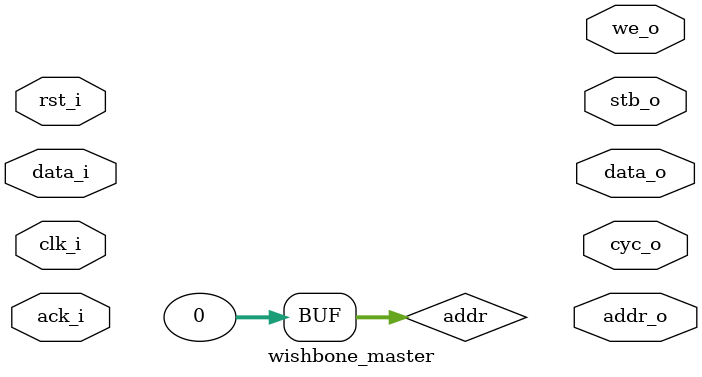
<source format=v>
module wishbone_master 
(

    // input
    input wire clk_i, // clock input
	input wire rst_i, // asynchronous reset input, low active

    // input master
    input wire [31:0] data_i,
    input wire ack_i,

    // output master
    output wire [31:0] addr_o,
    output wire we_o,
    output wire [31:0] data_o,
    output wire cyc_o,
    output wire stb_o

);

reg [31:0] addr = 32'h00;

endmodule
</source>
